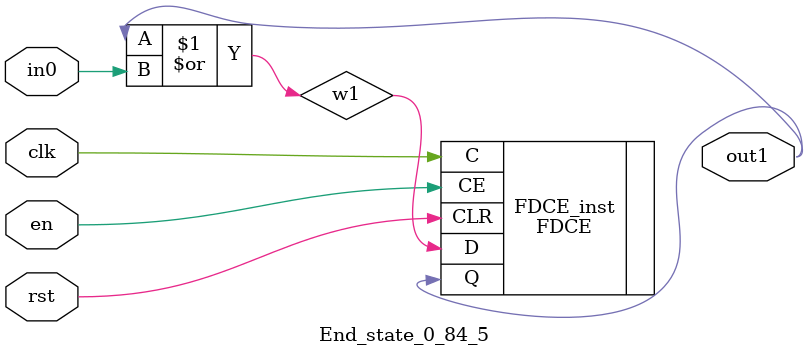
<source format=v>
module engine_0_84(out,clk,sod,en, in_15, in_21, in_41, in_109);
//pcre: /.map/[^\n]*script[^\n]*script/i
//block char: a[0], p[0], M[0], .[7], 

	input clk,sod,en;

	input in_15, in_21, in_41, in_109;
	output out;

	assign w0 = 1'b1;
	state_0_84_1 BlockState_0_84_1 (w1,in_109,clk,en,sod,w0);
	state_0_84_2 BlockState_0_84_2 (w2,in_41,clk,en,sod,w1);
	state_0_84_3 BlockState_0_84_3 (w3,in_15,clk,en,sod,w2);
	state_0_84_4 BlockState_0_84_4 (w4,in_21,clk,en,sod,w3);
	End_state_0_84_5 BlockState_0_84_5 (out,clk,en,sod,w4);
endmodule

module state_0_84_1(out1,in_char,clk,en,rst,in0);
	input in_char,clk,en,rst,in0;
	output out1;
	wire w1,w2;
	assign w1 = in0; 
	and(w2,in_char,w1);
	FDCE #(.INIT(1'b0)) FDCE_inst (
		.Q(out1),
		.C(clk),
		.CE(en),
		.CLR(rst),
		.D(w2)
);
endmodule

module state_0_84_2(out1,in_char,clk,en,rst,in0);
	input in_char,clk,en,rst,in0;
	output out1;
	wire w1,w2;
	assign w1 = in0; 
	and(w2,in_char,w1);
	FDCE #(.INIT(1'b0)) FDCE_inst (
		.Q(out1),
		.C(clk),
		.CE(en),
		.CLR(rst),
		.D(w2)
);
endmodule

module state_0_84_3(out1,in_char,clk,en,rst,in0);
	input in_char,clk,en,rst,in0;
	output out1;
	wire w1,w2;
	assign w1 = in0; 
	and(w2,in_char,w1);
	FDCE #(.INIT(1'b0)) FDCE_inst (
		.Q(out1),
		.C(clk),
		.CE(en),
		.CLR(rst),
		.D(w2)
);
endmodule

module state_0_84_4(out1,in_char,clk,en,rst,in0);
	input in_char,clk,en,rst,in0;
	output out1;
	wire w1,w2;
	assign w1 = in0; 
	and(w2,in_char,w1);
	FDCE #(.INIT(1'b0)) FDCE_inst (
		.Q(out1),
		.C(clk),
		.CE(en),
		.CLR(rst),
		.D(w2)
);
endmodule

module End_state_0_84_5(out1,clk,en,rst,in0);
	input clk,rst,en,in0;
	output out1;
	wire w1;
	or(w1,out1,in0);
	FDCE #(.INIT(1'b0)) FDCE_inst (
		.Q(out1),
		.C(clk),
		.CE(en),
		.CLR(rst),
		.D(w1)
);
endmodule


</source>
